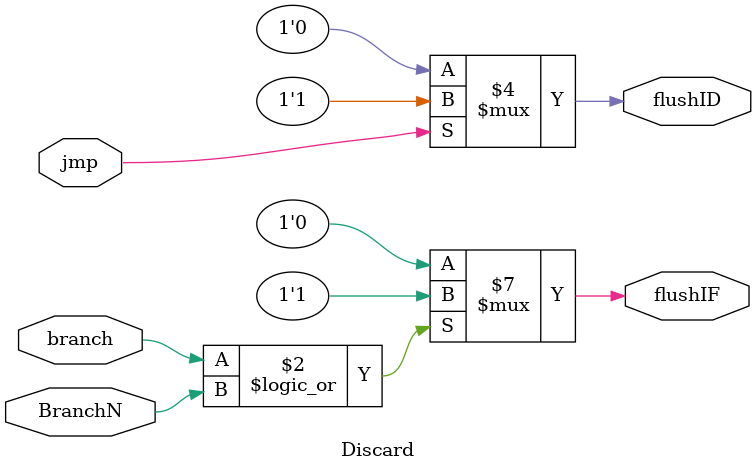
<source format=v>
module Discard(jmp, branch,BranchN, flushIF, flushID);
output reg  flushIF, flushID;
input jmp, branch,BranchN;

always@(*)
begin	
 	flushID=1'b0;
	flushIF=1'b0;
	if ( branch||BranchN) begin
		flushIF=1'b1;
	end
	if (jmp) begin
		flushID=1'b1;
	end

end


endmodule
</source>
